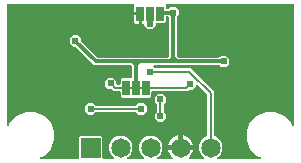
<source format=gbr>
G04 EAGLE Gerber RS-274X export*
G75*
%MOMM*%
%FSLAX34Y34*%
%LPD*%
%AMOC8*
5,1,8,0,0,1.08239X$1,22.5*%
G01*
%ADD10R,1.651000X1.651000*%
%ADD11C,1.651000*%
%ADD12R,0.635000X1.270000*%
%ADD13C,0.203200*%
%ADD14C,0.609600*%
%ADD15C,0.304800*%

G36*
X64980Y5223D02*
X64980Y5223D01*
X65082Y5231D01*
X65110Y5243D01*
X65141Y5248D01*
X65233Y5292D01*
X65329Y5330D01*
X65352Y5350D01*
X65380Y5363D01*
X65455Y5433D01*
X65535Y5498D01*
X65552Y5524D01*
X65574Y5545D01*
X65625Y5634D01*
X65682Y5719D01*
X65688Y5743D01*
X65706Y5775D01*
X65764Y6035D01*
X65761Y6073D01*
X65766Y6096D01*
X65766Y23992D01*
X66808Y25034D01*
X84792Y25034D01*
X85834Y23992D01*
X85834Y6096D01*
X85849Y5994D01*
X85857Y5892D01*
X85869Y5864D01*
X85874Y5833D01*
X85918Y5741D01*
X85956Y5645D01*
X85976Y5622D01*
X85989Y5594D01*
X86059Y5519D01*
X86124Y5439D01*
X86150Y5422D01*
X86171Y5400D01*
X86260Y5349D01*
X86345Y5292D01*
X86369Y5286D01*
X86401Y5268D01*
X86661Y5210D01*
X86699Y5213D01*
X86722Y5208D01*
X94658Y5208D01*
X94709Y5215D01*
X94761Y5214D01*
X94840Y5235D01*
X94921Y5248D01*
X94967Y5270D01*
X95017Y5284D01*
X95086Y5328D01*
X95160Y5363D01*
X95198Y5398D01*
X95241Y5426D01*
X95295Y5489D01*
X95354Y5545D01*
X95380Y5589D01*
X95413Y5629D01*
X95446Y5704D01*
X95486Y5775D01*
X95498Y5826D01*
X95518Y5873D01*
X95526Y5955D01*
X95544Y6035D01*
X95540Y6086D01*
X95545Y6138D01*
X95529Y6218D01*
X95523Y6300D01*
X95503Y6348D01*
X95493Y6398D01*
X95466Y6442D01*
X95424Y6547D01*
X95311Y6686D01*
X95286Y6724D01*
X92694Y9316D01*
X91166Y13004D01*
X91166Y16996D01*
X92694Y20684D01*
X95516Y23506D01*
X99204Y25034D01*
X103196Y25034D01*
X106884Y23506D01*
X109706Y20684D01*
X111234Y16996D01*
X111234Y13004D01*
X109706Y9316D01*
X107114Y6724D01*
X107083Y6683D01*
X107046Y6647D01*
X107005Y6576D01*
X106956Y6510D01*
X106939Y6461D01*
X106914Y6417D01*
X106896Y6337D01*
X106869Y6259D01*
X106867Y6207D01*
X106856Y6157D01*
X106862Y6075D01*
X106860Y5993D01*
X106873Y5944D01*
X106877Y5892D01*
X106908Y5816D01*
X106930Y5737D01*
X106957Y5693D01*
X106976Y5645D01*
X107028Y5582D01*
X107072Y5513D01*
X107111Y5479D01*
X107144Y5439D01*
X107212Y5394D01*
X107275Y5341D01*
X107322Y5320D01*
X107365Y5292D01*
X107416Y5280D01*
X107519Y5236D01*
X107698Y5218D01*
X107742Y5208D01*
X120058Y5208D01*
X120109Y5215D01*
X120161Y5214D01*
X120240Y5235D01*
X120321Y5248D01*
X120367Y5270D01*
X120417Y5284D01*
X120486Y5328D01*
X120560Y5363D01*
X120598Y5398D01*
X120641Y5426D01*
X120695Y5489D01*
X120754Y5545D01*
X120780Y5589D01*
X120813Y5629D01*
X120846Y5704D01*
X120886Y5775D01*
X120898Y5826D01*
X120918Y5873D01*
X120926Y5955D01*
X120944Y6035D01*
X120940Y6086D01*
X120945Y6138D01*
X120929Y6218D01*
X120923Y6300D01*
X120903Y6348D01*
X120893Y6398D01*
X120866Y6442D01*
X120824Y6547D01*
X120711Y6686D01*
X120686Y6724D01*
X118094Y9316D01*
X116566Y13004D01*
X116566Y16996D01*
X118094Y20684D01*
X120916Y23506D01*
X124604Y25034D01*
X128596Y25034D01*
X132284Y23506D01*
X135106Y20684D01*
X136634Y16996D01*
X136634Y13004D01*
X135106Y9316D01*
X132514Y6724D01*
X132483Y6683D01*
X132446Y6647D01*
X132405Y6576D01*
X132356Y6510D01*
X132339Y6461D01*
X132314Y6417D01*
X132296Y6337D01*
X132269Y6259D01*
X132267Y6207D01*
X132256Y6157D01*
X132262Y6075D01*
X132260Y5993D01*
X132273Y5944D01*
X132277Y5892D01*
X132308Y5816D01*
X132330Y5737D01*
X132357Y5693D01*
X132376Y5645D01*
X132428Y5582D01*
X132472Y5513D01*
X132511Y5479D01*
X132544Y5439D01*
X132612Y5394D01*
X132675Y5341D01*
X132722Y5320D01*
X132765Y5292D01*
X132816Y5280D01*
X132919Y5236D01*
X133098Y5218D01*
X133142Y5208D01*
X144380Y5208D01*
X144431Y5215D01*
X144483Y5214D01*
X144562Y5235D01*
X144643Y5248D01*
X144690Y5270D01*
X144739Y5284D01*
X144809Y5328D01*
X144883Y5363D01*
X144920Y5398D01*
X144964Y5426D01*
X145017Y5489D01*
X145077Y5545D01*
X145102Y5589D01*
X145136Y5629D01*
X145168Y5704D01*
X145209Y5775D01*
X145220Y5826D01*
X145240Y5873D01*
X145249Y5955D01*
X145267Y6035D01*
X145262Y6086D01*
X145268Y6138D01*
X145252Y6218D01*
X145245Y6300D01*
X145226Y6348D01*
X145216Y6398D01*
X145188Y6442D01*
X145146Y6547D01*
X145033Y6686D01*
X145008Y6724D01*
X143765Y7967D01*
X142767Y9342D01*
X141995Y10856D01*
X141470Y12472D01*
X141351Y13223D01*
X151111Y13223D01*
X151212Y13238D01*
X151315Y13246D01*
X151343Y13258D01*
X151374Y13263D01*
X151466Y13307D01*
X151561Y13345D01*
X151585Y13365D01*
X151613Y13378D01*
X151688Y13448D01*
X151768Y13513D01*
X151785Y13539D01*
X151807Y13560D01*
X151858Y13649D01*
X151915Y13734D01*
X151920Y13758D01*
X151939Y13790D01*
X151997Y14050D01*
X151994Y14088D01*
X151999Y14111D01*
X151999Y15001D01*
X152001Y15001D01*
X152001Y14111D01*
X152016Y14009D01*
X152025Y13907D01*
X152036Y13879D01*
X152041Y13848D01*
X152085Y13756D01*
X152124Y13660D01*
X152143Y13637D01*
X152156Y13609D01*
X152226Y13534D01*
X152291Y13454D01*
X152317Y13437D01*
X152338Y13415D01*
X152427Y13364D01*
X152512Y13307D01*
X152536Y13301D01*
X152569Y13283D01*
X152828Y13225D01*
X152866Y13228D01*
X152889Y13223D01*
X162649Y13223D01*
X162530Y12472D01*
X162005Y10856D01*
X161233Y9342D01*
X160235Y7967D01*
X158992Y6724D01*
X158961Y6683D01*
X158923Y6647D01*
X158882Y6576D01*
X158834Y6510D01*
X158817Y6461D01*
X158791Y6417D01*
X158773Y6337D01*
X158746Y6259D01*
X158745Y6207D01*
X158733Y6157D01*
X158740Y6075D01*
X158737Y5993D01*
X158751Y5944D01*
X158755Y5892D01*
X158786Y5816D01*
X158807Y5737D01*
X158835Y5693D01*
X158854Y5645D01*
X158906Y5582D01*
X158950Y5513D01*
X158989Y5479D01*
X159022Y5439D01*
X159090Y5394D01*
X159152Y5341D01*
X159200Y5320D01*
X159243Y5292D01*
X159293Y5280D01*
X159397Y5236D01*
X159575Y5218D01*
X159620Y5208D01*
X170858Y5208D01*
X170909Y5215D01*
X170961Y5214D01*
X171040Y5235D01*
X171121Y5248D01*
X171167Y5270D01*
X171217Y5284D01*
X171286Y5328D01*
X171360Y5363D01*
X171398Y5398D01*
X171441Y5426D01*
X171495Y5489D01*
X171554Y5545D01*
X171580Y5589D01*
X171613Y5629D01*
X171646Y5704D01*
X171686Y5775D01*
X171698Y5826D01*
X171718Y5873D01*
X171726Y5955D01*
X171744Y6035D01*
X171740Y6086D01*
X171745Y6138D01*
X171729Y6218D01*
X171723Y6300D01*
X171703Y6348D01*
X171693Y6398D01*
X171666Y6442D01*
X171624Y6547D01*
X171511Y6686D01*
X171486Y6724D01*
X168894Y9316D01*
X167366Y13004D01*
X167366Y16996D01*
X168894Y20684D01*
X171716Y23506D01*
X174057Y24476D01*
X174110Y24508D01*
X174168Y24531D01*
X174223Y24576D01*
X174285Y24613D01*
X174326Y24659D01*
X174374Y24698D01*
X174414Y24758D01*
X174461Y24812D01*
X174487Y24868D01*
X174521Y24920D01*
X174532Y24967D01*
X174571Y25053D01*
X174598Y25266D01*
X174605Y25296D01*
X174605Y59834D01*
X174602Y59855D01*
X174604Y59876D01*
X174582Y59986D01*
X174565Y60097D01*
X174556Y60116D01*
X174552Y60137D01*
X174528Y60175D01*
X174450Y60337D01*
X174373Y60419D01*
X174345Y60463D01*
X166617Y68191D01*
X166576Y68221D01*
X166540Y68259D01*
X166469Y68300D01*
X166403Y68348D01*
X166354Y68365D01*
X166310Y68391D01*
X166230Y68409D01*
X166152Y68436D01*
X166100Y68437D01*
X166050Y68449D01*
X165968Y68442D01*
X165886Y68445D01*
X165837Y68431D01*
X165785Y68427D01*
X165709Y68397D01*
X165630Y68375D01*
X165586Y68347D01*
X165538Y68328D01*
X165475Y68276D01*
X165406Y68232D01*
X165372Y68193D01*
X165332Y68160D01*
X165287Y68092D01*
X165234Y68030D01*
X165213Y67982D01*
X165185Y67939D01*
X165173Y67889D01*
X165129Y67785D01*
X165111Y67607D01*
X165101Y67563D01*
X165101Y66835D01*
X162273Y64007D01*
X159768Y64007D01*
X159747Y64004D01*
X159726Y64006D01*
X159616Y63984D01*
X159505Y63967D01*
X159486Y63958D01*
X159465Y63954D01*
X159427Y63930D01*
X159265Y63852D01*
X159183Y63775D01*
X159139Y63747D01*
X158082Y62689D01*
X128270Y62689D01*
X128168Y62674D01*
X128066Y62666D01*
X128038Y62654D01*
X128007Y62649D01*
X127915Y62605D01*
X127819Y62567D01*
X127796Y62547D01*
X127768Y62534D01*
X127693Y62464D01*
X127613Y62399D01*
X127596Y62373D01*
X127574Y62352D01*
X127523Y62263D01*
X127466Y62178D01*
X127460Y62154D01*
X127442Y62122D01*
X127384Y61862D01*
X127387Y61824D01*
X127382Y61801D01*
X127382Y58397D01*
X126340Y57355D01*
X102260Y57355D01*
X101218Y58397D01*
X101218Y61801D01*
X101203Y61903D01*
X101195Y62005D01*
X101183Y62033D01*
X101178Y62064D01*
X101134Y62156D01*
X101096Y62252D01*
X101076Y62275D01*
X101063Y62303D01*
X100993Y62378D01*
X100928Y62458D01*
X100902Y62475D01*
X100881Y62497D01*
X100792Y62548D01*
X100707Y62605D01*
X100683Y62611D01*
X100651Y62629D01*
X100391Y62687D01*
X100353Y62684D01*
X100330Y62689D01*
X95410Y62689D01*
X93845Y64255D01*
X93828Y64268D01*
X93814Y64284D01*
X93721Y64346D01*
X93631Y64413D01*
X93611Y64420D01*
X93593Y64431D01*
X93549Y64441D01*
X93380Y64500D01*
X93267Y64504D01*
X93216Y64515D01*
X90711Y64515D01*
X87883Y67343D01*
X87883Y71341D01*
X90711Y74169D01*
X94709Y74169D01*
X97537Y71341D01*
X97537Y69167D01*
X97552Y69065D01*
X97560Y68963D01*
X97572Y68935D01*
X97577Y68904D01*
X97621Y68812D01*
X97659Y68716D01*
X97679Y68693D01*
X97692Y68665D01*
X97762Y68590D01*
X97827Y68510D01*
X97853Y68493D01*
X97874Y68471D01*
X97963Y68420D01*
X98048Y68363D01*
X98072Y68357D01*
X98104Y68339D01*
X98364Y68281D01*
X98402Y68284D01*
X98425Y68279D01*
X100330Y68279D01*
X100432Y68294D01*
X100534Y68302D01*
X100562Y68314D01*
X100593Y68319D01*
X100685Y68363D01*
X100781Y68401D01*
X100804Y68421D01*
X100832Y68434D01*
X100907Y68504D01*
X100987Y68569D01*
X101004Y68595D01*
X101026Y68616D01*
X101077Y68705D01*
X101134Y68790D01*
X101140Y68814D01*
X101158Y68846D01*
X101216Y69106D01*
X101213Y69144D01*
X101218Y69167D01*
X101218Y72571D01*
X102260Y73613D01*
X110109Y73613D01*
X110211Y73628D01*
X110313Y73636D01*
X110341Y73648D01*
X110372Y73653D01*
X110464Y73697D01*
X110560Y73735D01*
X110583Y73755D01*
X110611Y73768D01*
X110686Y73838D01*
X110766Y73903D01*
X110783Y73929D01*
X110805Y73950D01*
X110856Y74039D01*
X110913Y74124D01*
X110919Y74148D01*
X110937Y74180D01*
X110995Y74440D01*
X110992Y74478D01*
X110997Y74501D01*
X110997Y83100D01*
X110994Y83121D01*
X110996Y83142D01*
X110974Y83252D01*
X110957Y83363D01*
X110948Y83382D01*
X110944Y83402D01*
X110920Y83441D01*
X110842Y83602D01*
X110765Y83685D01*
X110737Y83728D01*
X110144Y84321D01*
X110127Y84334D01*
X110114Y84350D01*
X110020Y84412D01*
X109930Y84479D01*
X109910Y84486D01*
X109893Y84497D01*
X109848Y84507D01*
X109679Y84566D01*
X109566Y84570D01*
X109516Y84581D01*
X78896Y84581D01*
X63408Y100069D01*
X63391Y100082D01*
X63378Y100098D01*
X63284Y100160D01*
X63194Y100227D01*
X63174Y100234D01*
X63157Y100245D01*
X63112Y100255D01*
X62943Y100314D01*
X62830Y100318D01*
X62780Y100329D01*
X60993Y100329D01*
X58165Y103157D01*
X58165Y107155D01*
X60993Y109983D01*
X64991Y109983D01*
X67819Y107155D01*
X67819Y105368D01*
X67822Y105347D01*
X67820Y105326D01*
X67842Y105216D01*
X67859Y105105D01*
X67868Y105086D01*
X67872Y105066D01*
X67896Y105027D01*
X67974Y104866D01*
X68051Y104783D01*
X68079Y104740D01*
X81372Y91447D01*
X81389Y91434D01*
X81402Y91418D01*
X81496Y91356D01*
X81586Y91289D01*
X81606Y91282D01*
X81623Y91271D01*
X81668Y91261D01*
X81837Y91202D01*
X81950Y91198D01*
X82000Y91187D01*
X141012Y91187D01*
X141033Y91190D01*
X141054Y91188D01*
X141164Y91210D01*
X141275Y91227D01*
X141294Y91236D01*
X141314Y91240D01*
X141353Y91264D01*
X141514Y91342D01*
X141597Y91419D01*
X141640Y91447D01*
X142233Y92040D01*
X142246Y92057D01*
X142262Y92070D01*
X142324Y92164D01*
X142391Y92254D01*
X142398Y92274D01*
X142409Y92291D01*
X142419Y92336D01*
X142478Y92505D01*
X142482Y92618D01*
X142493Y92668D01*
X142493Y125095D01*
X142478Y125197D01*
X142470Y125299D01*
X142458Y125327D01*
X142453Y125358D01*
X142409Y125450D01*
X142371Y125546D01*
X142351Y125569D01*
X142338Y125597D01*
X142268Y125672D01*
X142203Y125752D01*
X142177Y125769D01*
X142156Y125791D01*
X142067Y125842D01*
X141982Y125899D01*
X141958Y125905D01*
X141926Y125923D01*
X141666Y125981D01*
X141628Y125978D01*
X141605Y125983D01*
X140184Y125983D01*
X140082Y125968D01*
X139980Y125960D01*
X139952Y125948D01*
X139921Y125943D01*
X139829Y125899D01*
X139733Y125861D01*
X139710Y125841D01*
X139682Y125828D01*
X139607Y125758D01*
X139527Y125693D01*
X139510Y125667D01*
X139488Y125646D01*
X139437Y125557D01*
X139380Y125472D01*
X139374Y125448D01*
X139356Y125416D01*
X139298Y125156D01*
X139301Y125118D01*
X139296Y125095D01*
X139296Y121379D01*
X138254Y120337D01*
X131953Y120337D01*
X131851Y120322D01*
X131749Y120314D01*
X131721Y120302D01*
X131690Y120297D01*
X131598Y120253D01*
X131502Y120215D01*
X131479Y120195D01*
X131451Y120182D01*
X131376Y120112D01*
X131296Y120047D01*
X131279Y120021D01*
X131257Y120000D01*
X131206Y119911D01*
X131149Y119826D01*
X131143Y119802D01*
X131125Y119770D01*
X131067Y119510D01*
X131070Y119472D01*
X131065Y119449D01*
X131065Y117889D01*
X128237Y115061D01*
X124239Y115061D01*
X121411Y117889D01*
X121411Y118687D01*
X121396Y118789D01*
X121388Y118891D01*
X121376Y118919D01*
X121371Y118950D01*
X121327Y119042D01*
X121289Y119138D01*
X121269Y119161D01*
X121256Y119189D01*
X121186Y119264D01*
X121121Y119344D01*
X121095Y119361D01*
X121074Y119383D01*
X120985Y119434D01*
X120900Y119491D01*
X120876Y119497D01*
X120844Y119515D01*
X120584Y119573D01*
X120546Y119570D01*
X120523Y119575D01*
X119673Y119575D01*
X119673Y127767D01*
X119657Y127869D01*
X119649Y127971D01*
X119638Y128000D01*
X119633Y128030D01*
X119588Y128122D01*
X119550Y128218D01*
X119531Y128242D01*
X119517Y128269D01*
X119447Y128344D01*
X119382Y128424D01*
X119357Y128441D01*
X119336Y128464D01*
X119247Y128515D01*
X119161Y128572D01*
X119138Y128577D01*
X119105Y128596D01*
X118846Y128653D01*
X118808Y128650D01*
X118785Y128656D01*
X118276Y128656D01*
X118276Y129165D01*
X118260Y129266D01*
X118252Y129368D01*
X118240Y129397D01*
X118236Y129427D01*
X118191Y129520D01*
X118153Y129615D01*
X118133Y129639D01*
X118120Y129667D01*
X118050Y129742D01*
X117985Y129821D01*
X117960Y129838D01*
X117939Y129861D01*
X117850Y129912D01*
X117764Y129969D01*
X117741Y129974D01*
X117708Y129993D01*
X117448Y130051D01*
X117411Y130048D01*
X117387Y130053D01*
X112370Y130053D01*
X112370Y135151D01*
X112511Y135674D01*
X112520Y135759D01*
X112539Y135843D01*
X112535Y135891D01*
X112540Y135938D01*
X112524Y136023D01*
X112517Y136108D01*
X112499Y136152D01*
X112490Y136199D01*
X112450Y136275D01*
X112418Y136355D01*
X112388Y136392D01*
X112365Y136434D01*
X112305Y136494D01*
X112251Y136561D01*
X112211Y136588D01*
X112177Y136621D01*
X112101Y136661D01*
X112029Y136708D01*
X111995Y136716D01*
X111941Y136744D01*
X111680Y136792D01*
X111663Y136790D01*
X111653Y136792D01*
X6096Y136792D01*
X5994Y136777D01*
X5892Y136769D01*
X5864Y136757D01*
X5833Y136752D01*
X5741Y136708D01*
X5645Y136670D01*
X5622Y136650D01*
X5594Y136637D01*
X5519Y136567D01*
X5439Y136502D01*
X5422Y136476D01*
X5400Y136455D01*
X5349Y136366D01*
X5292Y136281D01*
X5286Y136257D01*
X5268Y136225D01*
X5210Y135965D01*
X5213Y135927D01*
X5208Y135904D01*
X5208Y34156D01*
X5222Y34065D01*
X5227Y33973D01*
X5241Y33934D01*
X5248Y33893D01*
X5288Y33810D01*
X5320Y33724D01*
X5345Y33691D01*
X5363Y33654D01*
X5426Y33586D01*
X5483Y33514D01*
X5516Y33490D01*
X5545Y33460D01*
X5625Y33414D01*
X5700Y33361D01*
X5740Y33348D01*
X5775Y33328D01*
X5865Y33308D01*
X5953Y33279D01*
X5995Y33279D01*
X6035Y33270D01*
X6127Y33278D01*
X6219Y33277D01*
X6259Y33288D01*
X6300Y33292D01*
X6385Y33326D01*
X6474Y33352D01*
X6508Y33375D01*
X6547Y33391D01*
X6618Y33449D01*
X6695Y33500D01*
X6713Y33526D01*
X6753Y33558D01*
X6900Y33779D01*
X6905Y33799D01*
X6917Y33816D01*
X7976Y36375D01*
X13625Y42024D01*
X21006Y45081D01*
X28994Y45081D01*
X36375Y42024D01*
X42024Y36375D01*
X45081Y28994D01*
X45081Y21006D01*
X42024Y13625D01*
X36375Y7976D01*
X33816Y6917D01*
X33737Y6869D01*
X33654Y6829D01*
X33624Y6801D01*
X33589Y6779D01*
X33527Y6710D01*
X33460Y6647D01*
X33439Y6611D01*
X33412Y6581D01*
X33374Y6497D01*
X33328Y6417D01*
X33319Y6376D01*
X33302Y6339D01*
X33290Y6247D01*
X33270Y6157D01*
X33273Y6116D01*
X33268Y6075D01*
X33284Y5984D01*
X33292Y5892D01*
X33307Y5854D01*
X33314Y5813D01*
X33356Y5731D01*
X33391Y5645D01*
X33417Y5613D01*
X33435Y5577D01*
X33500Y5511D01*
X33558Y5439D01*
X33593Y5416D01*
X33621Y5387D01*
X33703Y5343D01*
X33779Y5292D01*
X33810Y5285D01*
X33855Y5260D01*
X34116Y5209D01*
X34136Y5212D01*
X34156Y5208D01*
X64878Y5208D01*
X64980Y5223D01*
G37*
G36*
X219135Y5222D02*
X219135Y5222D01*
X219227Y5227D01*
X219266Y5241D01*
X219307Y5248D01*
X219390Y5288D01*
X219476Y5320D01*
X219509Y5345D01*
X219546Y5363D01*
X219614Y5426D01*
X219686Y5483D01*
X219710Y5516D01*
X219740Y5545D01*
X219786Y5625D01*
X219839Y5700D01*
X219852Y5740D01*
X219872Y5775D01*
X219892Y5865D01*
X219921Y5953D01*
X219921Y5995D01*
X219930Y6035D01*
X219922Y6127D01*
X219923Y6219D01*
X219912Y6259D01*
X219908Y6300D01*
X219874Y6385D01*
X219848Y6474D01*
X219825Y6508D01*
X219809Y6547D01*
X219751Y6618D01*
X219700Y6695D01*
X219674Y6713D01*
X219642Y6753D01*
X219421Y6900D01*
X219401Y6905D01*
X219384Y6917D01*
X216825Y7976D01*
X211176Y13625D01*
X208119Y21006D01*
X208119Y28994D01*
X211176Y36375D01*
X216825Y42024D01*
X224206Y45081D01*
X232194Y45081D01*
X239575Y42024D01*
X245224Y36375D01*
X246283Y33816D01*
X246331Y33737D01*
X246371Y33654D01*
X246399Y33624D01*
X246421Y33589D01*
X246490Y33527D01*
X246553Y33460D01*
X246589Y33439D01*
X246619Y33412D01*
X246703Y33374D01*
X246783Y33328D01*
X246824Y33319D01*
X246861Y33302D01*
X246953Y33290D01*
X247043Y33270D01*
X247084Y33273D01*
X247125Y33268D01*
X247216Y33284D01*
X247308Y33292D01*
X247346Y33307D01*
X247387Y33314D01*
X247469Y33356D01*
X247555Y33391D01*
X247587Y33417D01*
X247623Y33435D01*
X247689Y33500D01*
X247761Y33558D01*
X247784Y33593D01*
X247813Y33621D01*
X247857Y33703D01*
X247908Y33779D01*
X247915Y33810D01*
X247940Y33855D01*
X247991Y34116D01*
X247988Y34136D01*
X247992Y34156D01*
X247992Y135904D01*
X247977Y136006D01*
X247969Y136108D01*
X247957Y136136D01*
X247952Y136167D01*
X247908Y136259D01*
X247870Y136355D01*
X247850Y136378D01*
X247837Y136406D01*
X247767Y136481D01*
X247702Y136561D01*
X247676Y136578D01*
X247655Y136600D01*
X247566Y136651D01*
X247481Y136708D01*
X247457Y136714D01*
X247425Y136732D01*
X247165Y136790D01*
X247127Y136787D01*
X247104Y136792D01*
X140184Y136792D01*
X140082Y136777D01*
X139980Y136769D01*
X139952Y136757D01*
X139921Y136752D01*
X139829Y136708D01*
X139733Y136670D01*
X139710Y136650D01*
X139682Y136637D01*
X139607Y136567D01*
X139527Y136502D01*
X139510Y136476D01*
X139488Y136455D01*
X139437Y136366D01*
X139380Y136281D01*
X139374Y136257D01*
X139356Y136225D01*
X139298Y135965D01*
X139301Y135927D01*
X139296Y135904D01*
X139296Y133477D01*
X139311Y133375D01*
X139319Y133273D01*
X139331Y133245D01*
X139336Y133214D01*
X139380Y133122D01*
X139418Y133026D01*
X139438Y133003D01*
X139451Y132975D01*
X139521Y132900D01*
X139586Y132820D01*
X139612Y132803D01*
X139633Y132781D01*
X139722Y132730D01*
X139807Y132673D01*
X139831Y132667D01*
X139863Y132649D01*
X140123Y132591D01*
X140161Y132594D01*
X140184Y132589D01*
X141905Y132589D01*
X141926Y132592D01*
X141946Y132590D01*
X142057Y132612D01*
X142168Y132629D01*
X142186Y132638D01*
X142207Y132642D01*
X142246Y132666D01*
X142407Y132744D01*
X142489Y132821D01*
X142533Y132849D01*
X143797Y134113D01*
X147795Y134113D01*
X150623Y131285D01*
X150623Y127287D01*
X149359Y126023D01*
X149346Y126006D01*
X149330Y125993D01*
X149268Y125899D01*
X149201Y125809D01*
X149194Y125789D01*
X149183Y125772D01*
X149173Y125727D01*
X149114Y125558D01*
X149110Y125445D01*
X149099Y125395D01*
X149099Y92668D01*
X149102Y92647D01*
X149100Y92626D01*
X149122Y92516D01*
X149139Y92405D01*
X149148Y92386D01*
X149152Y92366D01*
X149176Y92327D01*
X149254Y92166D01*
X149331Y92083D01*
X149359Y92040D01*
X149952Y91447D01*
X149969Y91434D01*
X149982Y91418D01*
X150076Y91356D01*
X150166Y91289D01*
X150186Y91282D01*
X150203Y91271D01*
X150248Y91261D01*
X150417Y91202D01*
X150530Y91198D01*
X150580Y91187D01*
X184577Y91187D01*
X184597Y91190D01*
X184618Y91188D01*
X184729Y91210D01*
X184840Y91227D01*
X184858Y91236D01*
X184879Y91240D01*
X184918Y91264D01*
X185079Y91342D01*
X185161Y91419D01*
X185205Y91447D01*
X186469Y92711D01*
X190467Y92711D01*
X193295Y89883D01*
X193295Y85885D01*
X190467Y83057D01*
X186469Y83057D01*
X185205Y84321D01*
X185188Y84334D01*
X185175Y84350D01*
X185081Y84412D01*
X184991Y84479D01*
X184971Y84486D01*
X184954Y84497D01*
X184909Y84507D01*
X184740Y84566D01*
X184627Y84570D01*
X184577Y84581D01*
X129875Y84581D01*
X129824Y84574D01*
X129773Y84575D01*
X129693Y84554D01*
X129612Y84541D01*
X129566Y84519D01*
X129516Y84505D01*
X129447Y84461D01*
X129373Y84426D01*
X129335Y84390D01*
X129292Y84363D01*
X129239Y84300D01*
X129179Y84244D01*
X129153Y84200D01*
X129120Y84160D01*
X129087Y84085D01*
X129047Y84014D01*
X129036Y83963D01*
X129015Y83916D01*
X129007Y83834D01*
X128989Y83754D01*
X128993Y83703D01*
X128988Y83651D01*
X129004Y83571D01*
X129011Y83489D01*
X129030Y83441D01*
X129040Y83391D01*
X129068Y83347D01*
X129110Y83242D01*
X129223Y83103D01*
X129247Y83065D01*
X130009Y82303D01*
X130026Y82290D01*
X130039Y82274D01*
X130133Y82212D01*
X130223Y82145D01*
X130243Y82138D01*
X130260Y82127D01*
X130305Y82117D01*
X130474Y82058D01*
X130587Y82054D01*
X130637Y82043D01*
X160670Y82043D01*
X180195Y62518D01*
X180195Y25296D01*
X180204Y25235D01*
X180203Y25173D01*
X180224Y25104D01*
X180235Y25034D01*
X180262Y24978D01*
X180279Y24918D01*
X180319Y24859D01*
X180350Y24794D01*
X180393Y24749D01*
X180427Y24697D01*
X180466Y24670D01*
X180532Y24600D01*
X180718Y24494D01*
X180743Y24476D01*
X183084Y23506D01*
X185906Y20684D01*
X187434Y16996D01*
X187434Y13004D01*
X185906Y9316D01*
X183314Y6724D01*
X183283Y6683D01*
X183246Y6647D01*
X183205Y6576D01*
X183156Y6510D01*
X183139Y6461D01*
X183114Y6417D01*
X183096Y6337D01*
X183069Y6259D01*
X183067Y6207D01*
X183056Y6157D01*
X183062Y6075D01*
X183060Y5993D01*
X183073Y5944D01*
X183077Y5892D01*
X183108Y5816D01*
X183130Y5737D01*
X183157Y5693D01*
X183176Y5645D01*
X183228Y5582D01*
X183272Y5513D01*
X183311Y5479D01*
X183344Y5439D01*
X183412Y5394D01*
X183475Y5341D01*
X183522Y5320D01*
X183565Y5292D01*
X183616Y5280D01*
X183719Y5236D01*
X183898Y5218D01*
X183942Y5208D01*
X219044Y5208D01*
X219135Y5222D01*
G37*
%LPC*%
G36*
X73801Y42925D02*
X73801Y42925D01*
X70973Y45753D01*
X70973Y49751D01*
X73801Y52579D01*
X77799Y52579D01*
X79571Y50807D01*
X79588Y50794D01*
X79601Y50778D01*
X79695Y50716D01*
X79785Y50649D01*
X79805Y50642D01*
X79822Y50631D01*
X79867Y50621D01*
X80036Y50562D01*
X80149Y50558D01*
X80199Y50547D01*
X113965Y50547D01*
X113985Y50550D01*
X114006Y50548D01*
X114117Y50570D01*
X114228Y50587D01*
X114246Y50596D01*
X114267Y50600D01*
X114306Y50624D01*
X114467Y50702D01*
X114549Y50779D01*
X114593Y50807D01*
X116365Y52579D01*
X120363Y52579D01*
X123191Y49751D01*
X123191Y45753D01*
X120363Y42925D01*
X116365Y42925D01*
X114593Y44697D01*
X114576Y44710D01*
X114563Y44726D01*
X114469Y44788D01*
X114379Y44855D01*
X114359Y44862D01*
X114342Y44873D01*
X114297Y44883D01*
X114128Y44942D01*
X114015Y44946D01*
X113965Y44957D01*
X80199Y44957D01*
X80179Y44954D01*
X80158Y44956D01*
X80047Y44934D01*
X79936Y44917D01*
X79918Y44908D01*
X79897Y44904D01*
X79858Y44880D01*
X79697Y44802D01*
X79615Y44725D01*
X79571Y44697D01*
X77799Y42925D01*
X73801Y42925D01*
G37*
%LPD*%
%LPC*%
G36*
X132875Y36829D02*
X132875Y36829D01*
X130047Y39657D01*
X130047Y43655D01*
X131819Y45427D01*
X131832Y45444D01*
X131848Y45457D01*
X131886Y45515D01*
X131887Y45516D01*
X131890Y45521D01*
X131910Y45551D01*
X131977Y45641D01*
X131984Y45661D01*
X131995Y45678D01*
X132005Y45721D01*
X132019Y45747D01*
X132030Y45793D01*
X132064Y45892D01*
X132066Y45958D01*
X132077Y46006D01*
X132075Y46035D01*
X132079Y46055D01*
X132079Y51481D01*
X132076Y51501D01*
X132078Y51522D01*
X132056Y51633D01*
X132039Y51744D01*
X132030Y51762D01*
X132026Y51783D01*
X132002Y51822D01*
X131924Y51983D01*
X131847Y52065D01*
X131819Y52109D01*
X130047Y53881D01*
X130047Y57879D01*
X132875Y60707D01*
X136873Y60707D01*
X139701Y57879D01*
X139701Y53881D01*
X137929Y52109D01*
X137916Y52092D01*
X137900Y52079D01*
X137838Y51985D01*
X137771Y51895D01*
X137764Y51875D01*
X137753Y51858D01*
X137743Y51813D01*
X137684Y51644D01*
X137680Y51531D01*
X137669Y51481D01*
X137669Y46055D01*
X137672Y46035D01*
X137670Y46014D01*
X137687Y45925D01*
X137692Y45863D01*
X137701Y45842D01*
X137709Y45792D01*
X137718Y45774D01*
X137722Y45753D01*
X137746Y45714D01*
X137781Y45642D01*
X137791Y45617D01*
X137797Y45610D01*
X137824Y45553D01*
X137901Y45471D01*
X137929Y45427D01*
X139701Y43655D01*
X139701Y39657D01*
X136873Y36829D01*
X132875Y36829D01*
G37*
%LPD*%
%LPC*%
G36*
X153777Y16777D02*
X153777Y16777D01*
X153777Y25649D01*
X154528Y25530D01*
X156144Y25005D01*
X157658Y24233D01*
X159033Y23235D01*
X160235Y22033D01*
X161233Y20658D01*
X162005Y19144D01*
X162530Y17528D01*
X162649Y16777D01*
X153777Y16777D01*
G37*
%LPD*%
%LPC*%
G36*
X141351Y16777D02*
X141351Y16777D01*
X141470Y17528D01*
X141995Y19144D01*
X142767Y20658D01*
X143765Y22033D01*
X144967Y23235D01*
X146342Y24233D01*
X147856Y25005D01*
X149472Y25530D01*
X150223Y25649D01*
X150223Y16777D01*
X141351Y16777D01*
G37*
%LPD*%
%LPC*%
G36*
X114576Y119575D02*
X114576Y119575D01*
X113930Y119748D01*
X113351Y120083D01*
X112878Y120556D01*
X112543Y121135D01*
X112370Y121781D01*
X112370Y126879D01*
X116499Y126879D01*
X116499Y119575D01*
X114576Y119575D01*
G37*
%LPD*%
D10*
X75800Y15000D03*
D11*
X101200Y15000D03*
X126600Y15000D03*
X152000Y15000D03*
X177400Y15000D03*
D12*
X122428Y65484D03*
X114300Y65484D03*
X106172Y65484D03*
D13*
X114300Y65484D02*
X122682Y65484D01*
X114300Y65484D02*
X105664Y65484D01*
D12*
X118086Y128466D03*
X126214Y128466D03*
X134342Y128466D03*
D14*
X164846Y8636D03*
X138684Y8636D03*
X113538Y8636D03*
X89154Y8636D03*
X194818Y8382D03*
X202184Y8382D03*
X82550Y59690D03*
X91948Y129794D03*
X118364Y47752D03*
D13*
X75800Y47752D01*
D14*
X75800Y47752D03*
X134874Y55880D03*
D13*
X134874Y41656D01*
D14*
X134874Y41656D03*
D13*
X106172Y65484D02*
X96568Y65484D01*
X92710Y69342D01*
D14*
X92710Y69342D03*
D13*
X122428Y65484D02*
X156924Y65484D01*
X160274Y68834D01*
D14*
X160274Y68834D03*
X188468Y87884D03*
D15*
X149352Y87884D01*
X142748Y87884D01*
X117856Y87884D01*
X111252Y87884D01*
X80264Y87884D01*
X62992Y105156D01*
D14*
X62992Y105156D03*
X145796Y129286D03*
D15*
X145796Y90932D01*
X142748Y87884D01*
X145796Y90932D02*
X148844Y87884D01*
X149352Y87884D01*
X134342Y128466D02*
X135162Y129286D01*
X145796Y129286D01*
X111252Y87884D02*
X114300Y84836D01*
X117348Y87884D01*
X117856Y87884D01*
X114300Y84836D02*
X114300Y65484D01*
D14*
X126238Y119888D03*
D13*
X126238Y128442D01*
X126214Y128466D01*
D14*
X126238Y79248D03*
D13*
X159512Y79248D01*
X177400Y61360D02*
X177400Y15000D01*
X177400Y61360D02*
X159512Y79248D01*
M02*

</source>
